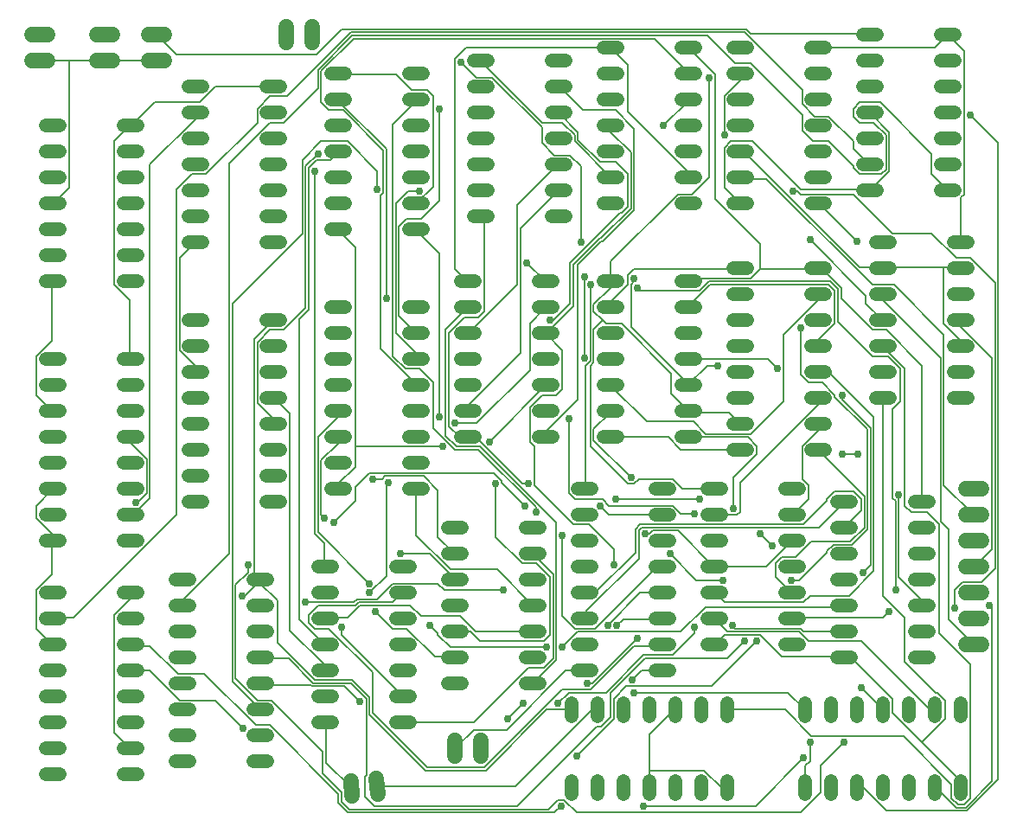
<source format=gbr>
G04 EAGLE Gerber RS-274X export*
G75*
%MOMM*%
%FSLAX34Y34*%
%LPD*%
%INBottom Copper*%
%IPPOS*%
%AMOC8*
5,1,8,0,0,1.08239X$1,22.5*%
G01*
%ADD10C,1.320800*%
%ADD11C,1.524000*%
%ADD12C,0.152400*%
%ADD13C,0.756400*%


D10*
X571500Y31496D02*
X571500Y44704D01*
X596900Y44704D02*
X596900Y31496D01*
X723900Y31496D02*
X723900Y44704D01*
X723900Y107696D02*
X723900Y120904D01*
X622300Y44704D02*
X622300Y31496D01*
X647700Y31496D02*
X647700Y44704D01*
X698500Y44704D02*
X698500Y31496D01*
X673100Y31496D02*
X673100Y44704D01*
X698500Y107696D02*
X698500Y120904D01*
X673100Y120904D02*
X673100Y107696D01*
X647700Y107696D02*
X647700Y120904D01*
X622300Y120904D02*
X622300Y107696D01*
X596900Y107696D02*
X596900Y120904D01*
X571500Y120904D02*
X571500Y107696D01*
X349504Y508000D02*
X336296Y508000D01*
X336296Y482600D02*
X349504Y482600D01*
X349504Y355600D02*
X336296Y355600D01*
X336296Y330200D02*
X349504Y330200D01*
X349504Y457200D02*
X336296Y457200D01*
X336296Y431800D02*
X349504Y431800D01*
X349504Y381000D02*
X336296Y381000D01*
X336296Y406400D02*
X349504Y406400D01*
X412496Y330200D02*
X425704Y330200D01*
X425704Y355600D02*
X412496Y355600D01*
X412496Y381000D02*
X425704Y381000D01*
X425704Y406400D02*
X412496Y406400D01*
X412496Y431800D02*
X425704Y431800D01*
X425704Y457200D02*
X412496Y457200D01*
X412496Y482600D02*
X425704Y482600D01*
X425704Y508000D02*
X412496Y508000D01*
X729996Y546100D02*
X743204Y546100D01*
X743204Y520700D02*
X729996Y520700D01*
X729996Y393700D02*
X743204Y393700D01*
X743204Y368300D02*
X729996Y368300D01*
X729996Y495300D02*
X743204Y495300D01*
X743204Y469900D02*
X729996Y469900D01*
X729996Y419100D02*
X743204Y419100D01*
X743204Y444500D02*
X729996Y444500D01*
X806196Y368300D02*
X819404Y368300D01*
X819404Y393700D02*
X806196Y393700D01*
X806196Y419100D02*
X819404Y419100D01*
X819404Y444500D02*
X806196Y444500D01*
X806196Y469900D02*
X819404Y469900D01*
X819404Y495300D02*
X806196Y495300D01*
X806196Y520700D02*
X819404Y520700D01*
X819404Y546100D02*
X806196Y546100D01*
X349504Y736600D02*
X336296Y736600D01*
X336296Y711200D02*
X349504Y711200D01*
X349504Y584200D02*
X336296Y584200D01*
X412496Y584200D02*
X425704Y584200D01*
X349504Y685800D02*
X336296Y685800D01*
X336296Y660400D02*
X349504Y660400D01*
X349504Y609600D02*
X336296Y609600D01*
X336296Y635000D02*
X349504Y635000D01*
X412496Y609600D02*
X425704Y609600D01*
X425704Y635000D02*
X412496Y635000D01*
X412496Y660400D02*
X425704Y660400D01*
X425704Y685800D02*
X412496Y685800D01*
X412496Y711200D02*
X425704Y711200D01*
X425704Y736600D02*
X412496Y736600D01*
X336804Y254000D02*
X323596Y254000D01*
X323596Y228600D02*
X336804Y228600D01*
X336804Y101600D02*
X323596Y101600D01*
X399796Y101600D02*
X413004Y101600D01*
X336804Y203200D02*
X323596Y203200D01*
X323596Y177800D02*
X336804Y177800D01*
X336804Y127000D02*
X323596Y127000D01*
X323596Y152400D02*
X336804Y152400D01*
X399796Y127000D02*
X413004Y127000D01*
X413004Y152400D02*
X399796Y152400D01*
X399796Y177800D02*
X413004Y177800D01*
X413004Y203200D02*
X399796Y203200D01*
X399796Y228600D02*
X413004Y228600D01*
X413004Y254000D02*
X399796Y254000D01*
X602996Y533400D02*
X616204Y533400D01*
X616204Y508000D02*
X602996Y508000D01*
X602996Y381000D02*
X616204Y381000D01*
X679196Y381000D02*
X692404Y381000D01*
X616204Y482600D02*
X602996Y482600D01*
X602996Y457200D02*
X616204Y457200D01*
X616204Y406400D02*
X602996Y406400D01*
X602996Y431800D02*
X616204Y431800D01*
X679196Y406400D02*
X692404Y406400D01*
X692404Y431800D02*
X679196Y431800D01*
X679196Y457200D02*
X692404Y457200D01*
X692404Y482600D02*
X679196Y482600D01*
X679196Y508000D02*
X692404Y508000D01*
X692404Y533400D02*
X679196Y533400D01*
X704596Y330200D02*
X717804Y330200D01*
X717804Y304800D02*
X704596Y304800D01*
X704596Y177800D02*
X717804Y177800D01*
X780796Y177800D02*
X794004Y177800D01*
X717804Y279400D02*
X704596Y279400D01*
X704596Y254000D02*
X717804Y254000D01*
X717804Y203200D02*
X704596Y203200D01*
X704596Y228600D02*
X717804Y228600D01*
X780796Y203200D02*
X794004Y203200D01*
X794004Y228600D02*
X780796Y228600D01*
X780796Y254000D02*
X794004Y254000D01*
X794004Y279400D02*
X780796Y279400D01*
X780796Y304800D02*
X794004Y304800D01*
X794004Y330200D02*
X780796Y330200D01*
X616204Y762000D02*
X602996Y762000D01*
X602996Y736600D02*
X616204Y736600D01*
X616204Y609600D02*
X602996Y609600D01*
X679196Y609600D02*
X692404Y609600D01*
X616204Y711200D02*
X602996Y711200D01*
X602996Y685800D02*
X616204Y685800D01*
X616204Y635000D02*
X602996Y635000D01*
X602996Y660400D02*
X616204Y660400D01*
X679196Y635000D02*
X692404Y635000D01*
X692404Y660400D02*
X679196Y660400D01*
X679196Y685800D02*
X692404Y685800D01*
X692404Y711200D02*
X679196Y711200D01*
X679196Y736600D02*
X692404Y736600D01*
X692404Y762000D02*
X679196Y762000D01*
X476504Y533400D02*
X463296Y533400D01*
X463296Y508000D02*
X476504Y508000D01*
X476504Y381000D02*
X463296Y381000D01*
X539496Y381000D02*
X552704Y381000D01*
X476504Y482600D02*
X463296Y482600D01*
X463296Y457200D02*
X476504Y457200D01*
X476504Y406400D02*
X463296Y406400D01*
X463296Y431800D02*
X476504Y431800D01*
X539496Y406400D02*
X552704Y406400D01*
X552704Y431800D02*
X539496Y431800D01*
X539496Y457200D02*
X552704Y457200D01*
X552704Y482600D02*
X539496Y482600D01*
X539496Y508000D02*
X552704Y508000D01*
X552704Y533400D02*
X539496Y533400D01*
X869696Y571500D02*
X882904Y571500D01*
X882904Y546100D02*
X869696Y546100D01*
X869696Y419100D02*
X882904Y419100D01*
X945896Y419100D02*
X959104Y419100D01*
X882904Y520700D02*
X869696Y520700D01*
X869696Y495300D02*
X882904Y495300D01*
X882904Y444500D02*
X869696Y444500D01*
X869696Y469900D02*
X882904Y469900D01*
X945896Y444500D02*
X959104Y444500D01*
X959104Y469900D02*
X945896Y469900D01*
X945896Y495300D02*
X959104Y495300D01*
X959104Y520700D02*
X945896Y520700D01*
X945896Y546100D02*
X959104Y546100D01*
X959104Y571500D02*
X945896Y571500D01*
X743204Y762000D02*
X729996Y762000D01*
X729996Y736600D02*
X743204Y736600D01*
X743204Y609600D02*
X729996Y609600D01*
X806196Y609600D02*
X819404Y609600D01*
X743204Y711200D02*
X729996Y711200D01*
X729996Y685800D02*
X743204Y685800D01*
X743204Y635000D02*
X729996Y635000D01*
X729996Y660400D02*
X743204Y660400D01*
X806196Y635000D02*
X819404Y635000D01*
X819404Y660400D02*
X806196Y660400D01*
X806196Y685800D02*
X819404Y685800D01*
X819404Y711200D02*
X806196Y711200D01*
X806196Y736600D02*
X819404Y736600D01*
X819404Y762000D02*
X806196Y762000D01*
X70104Y685800D02*
X56896Y685800D01*
X56896Y660400D02*
X70104Y660400D01*
X70104Y533400D02*
X56896Y533400D01*
X133096Y533400D02*
X146304Y533400D01*
X70104Y635000D02*
X56896Y635000D01*
X56896Y609600D02*
X70104Y609600D01*
X70104Y558800D02*
X56896Y558800D01*
X56896Y584200D02*
X70104Y584200D01*
X133096Y558800D02*
X146304Y558800D01*
X146304Y584200D02*
X133096Y584200D01*
X133096Y609600D02*
X146304Y609600D01*
X146304Y635000D02*
X133096Y635000D01*
X133096Y660400D02*
X146304Y660400D01*
X146304Y685800D02*
X133096Y685800D01*
X450596Y292100D02*
X463804Y292100D01*
X463804Y266700D02*
X450596Y266700D01*
X450596Y139700D02*
X463804Y139700D01*
X526796Y139700D02*
X540004Y139700D01*
X463804Y241300D02*
X450596Y241300D01*
X450596Y215900D02*
X463804Y215900D01*
X463804Y165100D02*
X450596Y165100D01*
X450596Y190500D02*
X463804Y190500D01*
X526796Y165100D02*
X540004Y165100D01*
X540004Y190500D02*
X526796Y190500D01*
X526796Y215900D02*
X540004Y215900D01*
X540004Y241300D02*
X526796Y241300D01*
X526796Y266700D02*
X540004Y266700D01*
X540004Y292100D02*
X526796Y292100D01*
X800100Y44704D02*
X800100Y31496D01*
X825500Y31496D02*
X825500Y44704D01*
X952500Y44704D02*
X952500Y31496D01*
X952500Y107696D02*
X952500Y120904D01*
X850900Y44704D02*
X850900Y31496D01*
X876300Y31496D02*
X876300Y44704D01*
X927100Y44704D02*
X927100Y31496D01*
X901700Y31496D02*
X901700Y44704D01*
X927100Y107696D02*
X927100Y120904D01*
X901700Y120904D02*
X901700Y107696D01*
X876300Y107696D02*
X876300Y120904D01*
X850900Y120904D02*
X850900Y107696D01*
X825500Y107696D02*
X825500Y120904D01*
X800100Y120904D02*
X800100Y107696D01*
X489204Y749300D02*
X475996Y749300D01*
X475996Y723900D02*
X489204Y723900D01*
X489204Y596900D02*
X475996Y596900D01*
X552196Y596900D02*
X565404Y596900D01*
X489204Y698500D02*
X475996Y698500D01*
X475996Y673100D02*
X489204Y673100D01*
X489204Y622300D02*
X475996Y622300D01*
X475996Y647700D02*
X489204Y647700D01*
X552196Y622300D02*
X565404Y622300D01*
X565404Y647700D02*
X552196Y647700D01*
X552196Y673100D02*
X565404Y673100D01*
X565404Y698500D02*
X552196Y698500D01*
X552196Y723900D02*
X565404Y723900D01*
X565404Y749300D02*
X552196Y749300D01*
X831596Y317500D02*
X844804Y317500D01*
X844804Y292100D02*
X831596Y292100D01*
X831596Y165100D02*
X844804Y165100D01*
X907796Y165100D02*
X921004Y165100D01*
X844804Y266700D02*
X831596Y266700D01*
X831596Y241300D02*
X844804Y241300D01*
X844804Y190500D02*
X831596Y190500D01*
X831596Y215900D02*
X844804Y215900D01*
X907796Y190500D02*
X921004Y190500D01*
X921004Y215900D02*
X907796Y215900D01*
X907796Y241300D02*
X921004Y241300D01*
X921004Y266700D02*
X907796Y266700D01*
X907796Y292100D02*
X921004Y292100D01*
X921004Y317500D02*
X907796Y317500D01*
X209804Y723900D02*
X196596Y723900D01*
X196596Y698500D02*
X209804Y698500D01*
X209804Y571500D02*
X196596Y571500D01*
X272796Y571500D02*
X286004Y571500D01*
X209804Y673100D02*
X196596Y673100D01*
X196596Y647700D02*
X209804Y647700D01*
X209804Y596900D02*
X196596Y596900D01*
X196596Y622300D02*
X209804Y622300D01*
X272796Y596900D02*
X286004Y596900D01*
X286004Y622300D02*
X272796Y622300D01*
X272796Y647700D02*
X286004Y647700D01*
X286004Y673100D02*
X272796Y673100D01*
X272796Y698500D02*
X286004Y698500D01*
X286004Y723900D02*
X272796Y723900D01*
X70104Y457200D02*
X56896Y457200D01*
X56896Y431800D02*
X70104Y431800D01*
X70104Y304800D02*
X56896Y304800D01*
X56896Y279400D02*
X70104Y279400D01*
X70104Y406400D02*
X56896Y406400D01*
X56896Y381000D02*
X70104Y381000D01*
X70104Y330200D02*
X56896Y330200D01*
X56896Y355600D02*
X70104Y355600D01*
X133096Y279400D02*
X146304Y279400D01*
X146304Y304800D02*
X133096Y304800D01*
X133096Y330200D02*
X146304Y330200D01*
X146304Y355600D02*
X133096Y355600D01*
X133096Y381000D02*
X146304Y381000D01*
X146304Y406400D02*
X133096Y406400D01*
X133096Y431800D02*
X146304Y431800D01*
X146304Y457200D02*
X133096Y457200D01*
X196596Y495300D02*
X209804Y495300D01*
X209804Y469900D02*
X196596Y469900D01*
X196596Y342900D02*
X209804Y342900D01*
X209804Y317500D02*
X196596Y317500D01*
X196596Y444500D02*
X209804Y444500D01*
X209804Y419100D02*
X196596Y419100D01*
X196596Y368300D02*
X209804Y368300D01*
X209804Y393700D02*
X196596Y393700D01*
X272796Y317500D02*
X286004Y317500D01*
X286004Y342900D02*
X272796Y342900D01*
X272796Y368300D02*
X286004Y368300D01*
X286004Y393700D02*
X272796Y393700D01*
X272796Y419100D02*
X286004Y419100D01*
X286004Y444500D02*
X272796Y444500D01*
X272796Y469900D02*
X286004Y469900D01*
X286004Y495300D02*
X272796Y495300D01*
X70104Y228600D02*
X56896Y228600D01*
X56896Y203200D02*
X70104Y203200D01*
X70104Y76200D02*
X56896Y76200D01*
X56896Y50800D02*
X70104Y50800D01*
X70104Y177800D02*
X56896Y177800D01*
X56896Y152400D02*
X70104Y152400D01*
X70104Y101600D02*
X56896Y101600D01*
X56896Y127000D02*
X70104Y127000D01*
X133096Y50800D02*
X146304Y50800D01*
X146304Y76200D02*
X133096Y76200D01*
X133096Y101600D02*
X146304Y101600D01*
X146304Y127000D02*
X133096Y127000D01*
X133096Y152400D02*
X146304Y152400D01*
X146304Y177800D02*
X133096Y177800D01*
X133096Y203200D02*
X146304Y203200D01*
X146304Y228600D02*
X133096Y228600D01*
X183896Y241300D02*
X197104Y241300D01*
X197104Y215900D02*
X183896Y215900D01*
X183896Y88900D02*
X197104Y88900D01*
X197104Y63500D02*
X183896Y63500D01*
X183896Y190500D02*
X197104Y190500D01*
X197104Y165100D02*
X183896Y165100D01*
X183896Y114300D02*
X197104Y114300D01*
X197104Y139700D02*
X183896Y139700D01*
X260096Y63500D02*
X273304Y63500D01*
X273304Y88900D02*
X260096Y88900D01*
X260096Y114300D02*
X273304Y114300D01*
X273304Y139700D02*
X260096Y139700D01*
X260096Y165100D02*
X273304Y165100D01*
X273304Y190500D02*
X260096Y190500D01*
X260096Y215900D02*
X273304Y215900D01*
X273304Y241300D02*
X260096Y241300D01*
X856996Y774700D02*
X870204Y774700D01*
X870204Y749300D02*
X856996Y749300D01*
X856996Y622300D02*
X870204Y622300D01*
X933196Y622300D02*
X946404Y622300D01*
X870204Y723900D02*
X856996Y723900D01*
X856996Y698500D02*
X870204Y698500D01*
X870204Y647700D02*
X856996Y647700D01*
X856996Y673100D02*
X870204Y673100D01*
X933196Y647700D02*
X946404Y647700D01*
X946404Y673100D02*
X933196Y673100D01*
X933196Y698500D02*
X946404Y698500D01*
X946404Y723900D02*
X933196Y723900D01*
X933196Y749300D02*
X946404Y749300D01*
X946404Y774700D02*
X933196Y774700D01*
X590804Y330200D02*
X577596Y330200D01*
X577596Y304800D02*
X590804Y304800D01*
X590804Y177800D02*
X577596Y177800D01*
X577596Y152400D02*
X590804Y152400D01*
X590804Y279400D02*
X577596Y279400D01*
X577596Y254000D02*
X590804Y254000D01*
X590804Y203200D02*
X577596Y203200D01*
X577596Y228600D02*
X590804Y228600D01*
X653796Y152400D02*
X667004Y152400D01*
X667004Y177800D02*
X653796Y177800D01*
X653796Y203200D02*
X667004Y203200D01*
X667004Y228600D02*
X653796Y228600D01*
X653796Y254000D02*
X667004Y254000D01*
X667004Y279400D02*
X653796Y279400D01*
X653796Y304800D02*
X667004Y304800D01*
X667004Y330200D02*
X653796Y330200D01*
D11*
X457200Y83820D02*
X457200Y68580D01*
X482600Y68580D02*
X482600Y83820D01*
X355053Y44723D02*
X356222Y29528D01*
X381547Y31477D02*
X380378Y46672D01*
X58420Y749300D02*
X43180Y749300D01*
X43180Y774700D02*
X58420Y774700D01*
X106680Y749300D02*
X121920Y749300D01*
X121920Y774700D02*
X106680Y774700D01*
X157480Y749300D02*
X172720Y749300D01*
X172720Y774700D02*
X157480Y774700D01*
X292100Y767080D02*
X292100Y782320D01*
X317500Y782320D02*
X317500Y767080D01*
X957580Y177800D02*
X972820Y177800D01*
X972820Y203200D02*
X957580Y203200D01*
X957580Y228600D02*
X972820Y228600D01*
X972820Y254000D02*
X957580Y254000D01*
X957580Y279400D02*
X972820Y279400D01*
X972820Y304800D02*
X957580Y304800D01*
X957580Y330200D02*
X972820Y330200D01*
D12*
X864108Y623316D02*
X882396Y641604D01*
X882396Y679704D01*
X863600Y698500D01*
X864108Y623316D02*
X863600Y622300D01*
X342900Y335280D02*
X342900Y330200D01*
X342900Y335280D02*
X359664Y352044D01*
X359664Y371856D02*
X359664Y566928D01*
X359664Y371856D02*
X359664Y352044D01*
X359664Y566928D02*
X342900Y583692D01*
X342900Y584200D01*
X609600Y381000D02*
X665988Y381000D01*
X678180Y368808D01*
X736092Y368808D01*
X736600Y368300D01*
X469900Y381000D02*
X461772Y381000D01*
X451104Y391668D01*
X451104Y483108D01*
X466344Y498348D01*
X480060Y498348D01*
X486156Y504444D01*
X486156Y592836D01*
X483108Y595884D01*
X482600Y596900D01*
X522732Y335280D02*
X528828Y335280D01*
X522732Y335280D02*
X477012Y381000D01*
X469900Y381000D01*
X445008Y371856D02*
X359664Y371856D01*
X795528Y623316D02*
X862584Y623316D01*
X795528Y623316D02*
X748284Y670560D01*
X726948Y670560D01*
X720852Y664464D01*
X720852Y624840D01*
X736092Y609600D01*
X862584Y623316D02*
X863600Y622300D01*
X736600Y609600D02*
X736092Y609600D01*
X114300Y749808D02*
X79248Y749808D01*
X51816Y749808D01*
X50800Y749300D01*
X114300Y749808D02*
X164592Y749808D01*
X165100Y749300D01*
X114300Y749300D02*
X114300Y749808D01*
X202692Y451104D02*
X202692Y445008D01*
X202692Y451104D02*
X187452Y466344D01*
X187452Y556260D01*
X202692Y571500D01*
X202692Y445008D02*
X203200Y444500D01*
X203200Y571500D02*
X202692Y571500D01*
X79248Y624840D02*
X79248Y749808D01*
X79248Y624840D02*
X64008Y609600D01*
X63500Y609600D01*
X647700Y89916D02*
X647700Y54864D01*
X647700Y38100D01*
X647700Y89916D02*
X672084Y114300D01*
X673100Y114300D01*
X717804Y38100D02*
X723900Y38100D01*
X717804Y38100D02*
X701040Y54864D01*
X647700Y54864D01*
X777240Y166116D02*
X838200Y166116D01*
X777240Y166116D02*
X755904Y187452D01*
X720852Y187452D01*
X711200Y177800D01*
X838200Y166116D02*
X838200Y165100D01*
X952500Y44196D02*
X952500Y38100D01*
X914400Y82296D02*
X885444Y111252D01*
X914400Y82296D02*
X952500Y44196D01*
X885444Y111252D02*
X885444Y124968D01*
X845820Y164592D01*
X838200Y164592D01*
X838200Y165100D01*
X330708Y100584D02*
X330708Y62484D01*
X355092Y38100D01*
X330708Y100584D02*
X330200Y101600D01*
X355092Y38100D02*
X355637Y37126D01*
X565404Y152400D02*
X584200Y152400D01*
X565404Y152400D02*
X507492Y94488D01*
X475488Y94488D01*
X457200Y76200D01*
X62484Y280416D02*
X62484Y286512D01*
X47244Y301752D01*
X47244Y313944D01*
X63500Y330200D01*
X62484Y280416D02*
X63500Y279400D01*
X62484Y278892D02*
X62484Y246888D01*
X47244Y231648D01*
X47244Y193548D01*
X62484Y178308D01*
X62484Y278892D02*
X63500Y279400D01*
X62484Y178308D02*
X63500Y177800D01*
X62484Y475488D02*
X62484Y533400D01*
X62484Y475488D02*
X47244Y460248D01*
X47244Y422148D01*
X62484Y406908D01*
X62484Y533400D02*
X63500Y533400D01*
X62484Y406908D02*
X63500Y406400D01*
X876300Y419100D02*
X876300Y225552D01*
X897636Y204216D01*
X897636Y161544D01*
X928116Y131064D01*
X929640Y131064D01*
X937260Y123444D01*
X937260Y105156D01*
X914400Y82296D01*
D13*
X528828Y335280D03*
X445008Y371856D03*
D12*
X632460Y131064D02*
X783336Y131064D01*
X800100Y114300D01*
X138684Y222504D02*
X138684Y228600D01*
X138684Y222504D02*
X123444Y207264D01*
X123444Y91440D01*
X138684Y76200D01*
X138684Y228600D02*
X139700Y228600D01*
X139700Y76200D02*
X138684Y76200D01*
X260604Y477012D02*
X278892Y495300D01*
X260604Y477012D02*
X260604Y248412D01*
X266700Y242316D01*
X278892Y495300D02*
X279400Y495300D01*
X266700Y242316D02*
X266700Y241300D01*
X251460Y225552D02*
X248412Y225552D01*
X265176Y239268D02*
X266700Y240792D01*
X265176Y239268D02*
X251460Y225552D01*
X266700Y240792D02*
X266700Y241300D01*
X547116Y114300D02*
X571500Y114300D01*
X547116Y114300D02*
X487680Y54864D01*
X428244Y54864D01*
X373380Y109728D01*
X373380Y126492D01*
X356616Y143256D01*
X320040Y143256D01*
X283464Y179832D01*
X283464Y220980D01*
X265176Y239268D01*
X266700Y241300D01*
X545592Y533400D02*
X527304Y551688D01*
X545592Y533400D02*
X546100Y533400D01*
X755904Y545592D02*
X812292Y545592D01*
X755904Y545592D02*
X746760Y536448D01*
X688848Y536448D01*
X685800Y533400D01*
X812292Y545592D02*
X812800Y546100D01*
X914400Y451104D02*
X914400Y317500D01*
X914400Y451104D02*
X879348Y486156D01*
X865632Y486156D01*
X835152Y516636D01*
X835152Y527304D01*
X816864Y545592D01*
X813816Y545592D01*
X812800Y546100D01*
X138684Y515112D02*
X138684Y457200D01*
X138684Y515112D02*
X123444Y530352D01*
X123444Y670560D01*
X138684Y685800D01*
X138684Y457200D02*
X139700Y457200D01*
X139700Y685800D02*
X138684Y685800D01*
X222504Y723900D02*
X279400Y723900D01*
X222504Y723900D02*
X207264Y708660D01*
X163068Y708660D01*
X140208Y685800D01*
X139700Y685800D01*
X812800Y762000D02*
X926592Y762000D01*
X938784Y774192D01*
X939800Y774700D01*
X952500Y615696D02*
X952500Y571500D01*
X952500Y615696D02*
X955548Y618744D01*
X955548Y758952D01*
X939800Y774700D01*
X755904Y569976D02*
X755904Y545592D01*
X755904Y569976D02*
X711708Y614172D01*
X711708Y736092D01*
X685800Y762000D01*
D13*
X632460Y131064D03*
X248412Y225552D03*
X527304Y551688D03*
D12*
X591312Y114300D02*
X596900Y114300D01*
X591312Y114300D02*
X516636Y39624D01*
X381000Y39624D01*
X380963Y39074D01*
X202692Y691896D02*
X202692Y697992D01*
X202692Y691896D02*
X158496Y647700D01*
X158496Y321564D01*
X141732Y304800D01*
X139700Y304800D01*
X202692Y697992D02*
X203200Y698500D01*
X140208Y381000D02*
X140208Y374904D01*
X155448Y359664D01*
X155448Y326136D01*
X146304Y316992D01*
X144780Y316992D01*
X140208Y381000D02*
X139700Y381000D01*
X621792Y202692D02*
X659892Y202692D01*
X621792Y202692D02*
X615696Y196596D01*
X659892Y202692D02*
X660400Y203200D01*
D13*
X144780Y316992D03*
X615696Y196596D03*
D12*
X585216Y330708D02*
X585216Y451104D01*
X589788Y455676D01*
X589788Y530352D01*
X390144Y516636D02*
X390144Y662940D01*
X342900Y710184D01*
X584200Y330200D02*
X585216Y330708D01*
X342900Y710184D02*
X342900Y711200D01*
D13*
X589788Y530352D03*
X390144Y516636D03*
D12*
X632460Y176784D02*
X659892Y176784D01*
X632460Y176784D02*
X589788Y134112D01*
X562356Y134112D01*
X486156Y57912D01*
X429768Y57912D01*
X376428Y111252D01*
X376428Y150876D01*
X333756Y193548D01*
X320040Y193548D01*
X313944Y199644D01*
X313944Y207264D01*
X323088Y216408D01*
X359664Y216408D01*
X362712Y219456D01*
X396240Y219456D01*
X405384Y228600D01*
X659892Y176784D02*
X660400Y177800D01*
X406400Y228600D02*
X405384Y228600D01*
X329184Y158496D02*
X329184Y152400D01*
X329184Y158496D02*
X295656Y192024D01*
X295656Y403860D01*
X280416Y419100D01*
X329184Y152400D02*
X330200Y152400D01*
X280416Y419100D02*
X279400Y419100D01*
X638556Y228600D02*
X660400Y228600D01*
X638556Y228600D02*
X606552Y196596D01*
D13*
X606552Y196596D03*
D12*
X278892Y394716D02*
X278892Y399288D01*
X263652Y414528D01*
X263652Y473964D01*
X275844Y486156D01*
X289560Y486156D01*
X310896Y507492D01*
X310896Y646176D01*
X323088Y658368D01*
X278892Y394716D02*
X279400Y393700D01*
X653796Y252984D02*
X659892Y252984D01*
X653796Y252984D02*
X594360Y193548D01*
X574548Y193548D01*
X562356Y205740D01*
X562356Y284988D01*
X536448Y307848D02*
X536448Y312420D01*
X480060Y368808D01*
X457200Y368808D01*
X435864Y390144D01*
X435864Y434340D01*
X422148Y448056D01*
X408432Y448056D01*
X396240Y460248D01*
X396240Y687324D01*
X419100Y710184D01*
X660400Y254000D02*
X659892Y252984D01*
X419100Y710184D02*
X419100Y711200D01*
D13*
X323088Y658368D03*
X562356Y284988D03*
X536448Y307848D03*
D12*
X608076Y304800D02*
X660400Y304800D01*
X608076Y304800D02*
X598932Y313944D01*
X525780Y313944D02*
X502920Y336804D01*
X502920Y338328D01*
X495300Y345948D01*
X373380Y345948D01*
X359664Y332232D01*
X359664Y318516D01*
X338328Y297180D01*
D13*
X598932Y313944D03*
X525780Y313944D03*
X338328Y297180D03*
D12*
X83820Y204216D02*
X64008Y204216D01*
X83820Y204216D02*
X184404Y304800D01*
X184404Y623316D01*
X199644Y638556D01*
X213360Y638556D01*
X263652Y688848D01*
X263652Y702564D01*
X275844Y714756D01*
X292608Y714756D01*
X355092Y777240D01*
X740664Y777240D01*
X797052Y720852D01*
X797052Y707136D01*
X809244Y694944D01*
X822960Y694944D01*
X847344Y670560D01*
X847344Y662940D01*
X862584Y647700D01*
X64008Y204216D02*
X63500Y203200D01*
X862584Y647700D02*
X863600Y647700D01*
X862584Y775716D02*
X746760Y775716D01*
X742188Y780288D01*
X345948Y780288D01*
X321564Y755904D01*
X184404Y755904D01*
X166116Y774192D01*
X862584Y775716D02*
X863600Y774700D01*
X166116Y774192D02*
X165100Y774700D01*
X190500Y220980D02*
X190500Y215900D01*
X190500Y220980D02*
X236220Y266700D01*
X236220Y649224D01*
X275844Y688848D01*
X289560Y688848D01*
X323088Y722376D01*
X323088Y740664D01*
X356616Y774192D01*
X704088Y774192D01*
X731520Y746760D01*
X746760Y746760D01*
X797052Y696468D01*
X797052Y681228D01*
X807720Y670560D01*
X822960Y670560D01*
X847344Y646176D01*
X847344Y644652D01*
X853440Y638556D01*
X874776Y638556D01*
X879348Y643128D01*
X879348Y676656D01*
X867156Y688848D01*
X853440Y688848D01*
X847344Y694944D01*
X847344Y702564D01*
X853440Y708660D01*
X873252Y708660D01*
X923544Y658368D01*
X923544Y638556D01*
X939800Y622300D01*
X158496Y176784D02*
X140208Y176784D01*
X158496Y176784D02*
X185928Y149352D01*
X211836Y149352D01*
X262128Y99060D01*
X275844Y99060D01*
X342900Y32004D01*
X342900Y22860D01*
X352044Y13716D01*
X554736Y13716D01*
X560832Y19812D01*
X641604Y19812D02*
X751332Y19812D01*
X798576Y67056D01*
X140208Y176784D02*
X139700Y177800D01*
X812800Y368300D02*
X858012Y323088D01*
X858012Y292608D01*
X844296Y278892D01*
X806196Y278892D01*
X790956Y263652D01*
X777240Y263652D01*
X771144Y257556D01*
X771144Y243840D01*
X786384Y228600D01*
X787400Y228600D01*
D13*
X560832Y19812D03*
X641604Y19812D03*
X798576Y67056D03*
D12*
X478536Y733044D02*
X463296Y748284D01*
X478536Y733044D02*
X493776Y733044D01*
X542544Y684276D01*
X542544Y669036D01*
X554736Y656844D01*
X569976Y656844D01*
X580644Y646176D01*
X580644Y571500D01*
X632460Y536448D02*
X632460Y533400D01*
X629412Y530352D01*
X629412Y489204D01*
X685800Y432816D01*
X704088Y451104D02*
X714756Y451104D01*
X704088Y451104D02*
X685800Y432816D01*
X685800Y431800D01*
D13*
X463296Y748284D03*
X580644Y571500D03*
X632460Y536448D03*
X714756Y451104D03*
D12*
X612648Y105156D02*
X576072Y68580D01*
X612648Y105156D02*
X612648Y124968D01*
X624840Y137160D01*
X708660Y137160D01*
X752856Y181356D01*
X786384Y240792D02*
X794004Y240792D01*
X821436Y268224D01*
X821436Y269748D01*
X827532Y275844D01*
X845820Y275844D01*
X861060Y291084D01*
X861060Y388620D01*
X829056Y420624D01*
X829056Y422148D01*
X816864Y434340D01*
X803148Y434340D01*
X795528Y441960D01*
X795528Y487680D01*
X609600Y508000D02*
X609600Y513588D01*
X626364Y530352D01*
X626364Y539496D01*
X632460Y545592D01*
X736092Y545592D01*
X736600Y546100D01*
D13*
X576072Y68580D03*
X752856Y181356D03*
X786384Y240792D03*
X795528Y487680D03*
D12*
X358140Y219456D02*
X310896Y219456D01*
X358140Y219456D02*
X361188Y222504D01*
X381000Y222504D01*
X396240Y237744D01*
X440436Y237744D01*
X446532Y231648D01*
X504444Y231648D01*
X614172Y320040D02*
X696468Y320040D01*
X812292Y387096D02*
X812292Y393192D01*
X812292Y387096D02*
X797052Y371856D01*
X797052Y339852D01*
X803148Y333756D01*
X803148Y320040D01*
X787908Y304800D01*
X812292Y393192D02*
X812800Y393700D01*
X787908Y304800D02*
X787400Y304800D01*
D13*
X310896Y219456D03*
X504444Y231648D03*
X614172Y320040D03*
X696468Y320040D03*
D12*
X294132Y164592D02*
X266700Y164592D01*
X294132Y164592D02*
X318516Y140208D01*
X355092Y140208D01*
X370332Y124968D01*
X370332Y50292D01*
X368808Y48768D01*
X368808Y28956D01*
X377952Y19812D01*
X518160Y19812D01*
X595884Y97536D01*
X600456Y97536D01*
X609600Y106680D01*
X609600Y131064D01*
X643128Y164592D01*
X723900Y164592D01*
X740664Y181356D01*
X266700Y165100D02*
X266700Y164592D01*
X813816Y443484D02*
X824484Y443484D01*
X867156Y400812D01*
X867156Y249936D01*
X842772Y225552D01*
X804672Y225552D01*
X798576Y219456D01*
X720852Y219456D01*
X711708Y228600D01*
X813816Y443484D02*
X812800Y444500D01*
X711708Y228600D02*
X711200Y228600D01*
D13*
X740664Y181356D03*
D12*
X315468Y138684D02*
X266700Y138684D01*
X315468Y138684D02*
X316992Y137160D01*
X348996Y137160D01*
X364236Y121920D01*
X586740Y140208D02*
X591312Y140208D01*
X635508Y184404D01*
X266700Y139700D02*
X266700Y138684D01*
X813816Y470916D02*
X813816Y477012D01*
X829056Y492252D01*
X829056Y524256D01*
X822960Y530352D01*
X707136Y530352D01*
X685800Y509016D01*
X812800Y469900D02*
X813816Y470916D01*
X685800Y508000D02*
X685800Y509016D01*
D13*
X364236Y121920D03*
X586740Y140208D03*
X635508Y184404D03*
D12*
X266700Y114300D02*
X239268Y141732D01*
X239268Y512064D01*
X307848Y580644D01*
X307848Y652272D01*
X326136Y670560D01*
X352044Y670560D01*
X381000Y641604D01*
X381000Y623316D01*
X583692Y537972D02*
X583692Y458724D01*
X812292Y515112D02*
X812292Y519684D01*
X812292Y515112D02*
X778764Y481584D01*
X778764Y416052D01*
X746760Y384048D01*
X702564Y384048D01*
X690372Y396240D01*
X644652Y396240D01*
X609600Y431292D01*
X812292Y519684D02*
X812800Y520700D01*
X609600Y431800D02*
X609600Y431292D01*
D13*
X381000Y623316D03*
X583692Y537972D03*
X583692Y458724D03*
D12*
X640080Y152400D02*
X660400Y152400D01*
X640080Y152400D02*
X630936Y143256D01*
D13*
X630936Y143256D03*
D12*
X158496Y152400D02*
X139700Y152400D01*
X158496Y152400D02*
X187452Y123444D01*
X222504Y123444D01*
X249936Y96012D01*
X509016Y105156D02*
X524256Y120396D01*
X557784Y120396D02*
X568452Y131064D01*
X605028Y131064D01*
X641604Y167640D01*
X670560Y167640D01*
X691896Y188976D01*
X691896Y195072D01*
X812292Y413004D02*
X812292Y419100D01*
X812292Y413004D02*
X736092Y336804D01*
X736092Y307848D01*
X733044Y304800D01*
X711200Y304800D01*
X812292Y419100D02*
X812800Y419100D01*
D13*
X249936Y96012D03*
X509016Y105156D03*
X524256Y120396D03*
X557784Y120396D03*
X691896Y195072D03*
D12*
X345948Y195072D02*
X345948Y187452D01*
X406400Y127000D01*
X399288Y736092D02*
X342900Y736092D01*
X399288Y736092D02*
X414528Y720852D01*
X429768Y720852D01*
X435864Y714756D01*
X435864Y626364D01*
X419100Y609600D01*
X342900Y736092D02*
X342900Y736600D01*
X329184Y277368D02*
X329184Y254508D01*
X329184Y277368D02*
X320040Y286512D01*
X320040Y641604D01*
X329184Y254508D02*
X330200Y254000D01*
D13*
X345948Y195072D03*
X320040Y641604D03*
D12*
X585216Y210312D02*
X585216Y204216D01*
X585216Y210312D02*
X637032Y262128D01*
X637032Y289560D01*
X640080Y292608D01*
X813816Y292608D01*
X838200Y316992D01*
X585216Y204216D02*
X584200Y203200D01*
X838200Y316992D02*
X838200Y317500D01*
X594360Y228600D02*
X584200Y228600D01*
X594360Y228600D02*
X633984Y268224D01*
X633984Y291084D01*
X638556Y295656D01*
X798576Y295656D01*
X821436Y318516D01*
X821436Y320040D01*
X829056Y327660D01*
X847344Y327660D01*
X854964Y320040D01*
X854964Y309372D01*
X838200Y292608D01*
X838200Y292100D01*
X329184Y178308D02*
X304800Y202692D01*
X304800Y496824D01*
X313944Y505968D01*
X313944Y644652D01*
X321564Y652272D01*
X335280Y652272D01*
X342900Y659892D01*
X329184Y178308D02*
X330200Y177800D01*
X342900Y659892D02*
X342900Y660400D01*
X685800Y405384D02*
X725424Y405384D01*
X736092Y394716D01*
X685800Y405384D02*
X685800Y406400D01*
X736092Y394716D02*
X736600Y393700D01*
X609600Y527304D02*
X609600Y533400D01*
X609600Y527304D02*
X592836Y510540D01*
X592836Y504444D01*
X601980Y495300D02*
X605028Y492252D01*
X601980Y495300D02*
X592836Y504444D01*
X605028Y492252D02*
X620268Y492252D01*
X669036Y443484D01*
X669036Y423672D01*
X685800Y406908D01*
X685800Y406400D01*
X679704Y330708D02*
X710184Y330708D01*
X679704Y330708D02*
X670560Y339852D01*
X637032Y339852D01*
X632460Y335280D01*
X626364Y335280D01*
X589788Y371856D01*
X589788Y451104D01*
X592836Y454152D01*
X592836Y486156D01*
X601980Y495300D01*
X710184Y330708D02*
X711200Y330200D01*
X787908Y204216D02*
X876300Y204216D01*
X882396Y210312D01*
X787908Y204216D02*
X787400Y203200D01*
X705612Y635508D02*
X705612Y733044D01*
X705612Y635508D02*
X688848Y618744D01*
X675132Y618744D01*
X609600Y553212D01*
X609600Y533400D01*
D13*
X882396Y210312D03*
X705612Y733044D03*
D12*
X914400Y220980D02*
X914400Y215900D01*
X914400Y220980D02*
X891540Y243840D01*
X891540Y324612D01*
X851916Y364236D02*
X836676Y364236D01*
D13*
X891540Y324612D03*
X851916Y364236D03*
X836676Y364236D03*
D12*
X762000Y254508D02*
X711708Y254508D01*
X762000Y254508D02*
X786384Y278892D01*
X711708Y254508D02*
X711200Y254000D01*
X786384Y278892D02*
X787400Y279400D01*
X647700Y286512D02*
X643128Y286512D01*
X647700Y286512D02*
X650748Y289560D01*
X675132Y289560D01*
X710184Y254508D01*
X711200Y254000D01*
D13*
X643128Y286512D03*
D12*
X385572Y339852D02*
X376428Y339852D01*
X385572Y339852D02*
X388620Y342900D01*
X426720Y342900D01*
X440436Y329184D01*
X440436Y283464D01*
X457200Y266700D01*
D13*
X376428Y339852D03*
D12*
X457200Y190500D02*
X472440Y190500D01*
X481584Y181356D01*
X544068Y181356D01*
X550164Y187452D01*
X550164Y243840D01*
X536448Y257556D01*
X522732Y257556D01*
X496824Y283464D01*
X496824Y335280D01*
X441960Y400812D02*
X441960Y560832D01*
X419100Y583692D01*
X419100Y584200D01*
D13*
X496824Y335280D03*
X441960Y400812D03*
D12*
X477012Y190500D02*
X533400Y190500D01*
X477012Y190500D02*
X461772Y205740D01*
X423672Y205740D01*
X413004Y216408D01*
X364236Y216408D01*
X352044Y204216D01*
X330708Y204216D01*
X330200Y203200D01*
X406908Y102108D02*
X475488Y102108D01*
X528828Y155448D01*
X544068Y155448D01*
X553212Y164592D01*
X553212Y246888D01*
X533400Y266700D01*
X406908Y102108D02*
X406400Y101600D01*
X800100Y59436D02*
X800100Y38100D01*
X800100Y59436D02*
X804672Y64008D01*
X804672Y82296D01*
X719328Y240792D02*
X693420Y240792D01*
X667512Y266700D01*
X629412Y341376D02*
X592836Y377952D01*
X592836Y388620D01*
X609600Y405384D01*
X609600Y406400D01*
D13*
X804672Y82296D03*
X719328Y240792D03*
X667512Y266700D03*
X629412Y341376D03*
D12*
X729996Y341376D02*
X729996Y310896D01*
X729996Y341376D02*
X752856Y364236D01*
X752856Y371856D01*
X743712Y381000D01*
X685800Y381000D01*
D13*
X729996Y310896D03*
D12*
X763524Y457200D02*
X685800Y457200D01*
X763524Y457200D02*
X772668Y448056D01*
X836676Y422148D02*
X836676Y417576D01*
X864108Y390144D01*
X864108Y256032D01*
X856488Y248412D01*
D13*
X772668Y448056D03*
X836676Y422148D03*
X856488Y248412D03*
D12*
X922020Y114300D02*
X927100Y114300D01*
X922020Y114300D02*
X854964Y181356D01*
X803148Y181356D01*
X794004Y190500D01*
X723900Y190500D01*
X711200Y203200D01*
X685800Y635000D02*
X685800Y640080D01*
X626364Y699516D01*
X626364Y745236D01*
X609600Y762000D01*
X467868Y762000D01*
X457200Y751332D01*
X457200Y545592D01*
X469392Y533400D01*
X469900Y533400D01*
X419100Y330200D02*
X419100Y284988D01*
X452628Y251460D01*
X498348Y251460D01*
X533400Y216408D01*
X533400Y215900D01*
X490728Y376428D02*
X546100Y431800D01*
D13*
X490728Y376428D03*
D12*
X419100Y457200D02*
X419100Y463296D01*
X399288Y483108D01*
X399288Y609600D01*
X411480Y621792D01*
X422148Y621792D01*
X437388Y166116D02*
X457200Y166116D01*
X437388Y166116D02*
X409956Y193548D01*
X396240Y193548D01*
X379476Y210312D01*
X373380Y228600D02*
X390144Y245364D01*
X390144Y335280D01*
X391668Y336804D01*
X457200Y166116D02*
X457200Y165100D01*
D13*
X422148Y621792D03*
X379476Y210312D03*
X373380Y228600D03*
X391668Y336804D03*
D12*
X419100Y432816D02*
X384048Y467868D01*
X384048Y617220D01*
X387096Y620268D01*
X387096Y661416D01*
X347472Y701040D01*
X333756Y701040D01*
X326136Y708660D01*
X326136Y739140D01*
X358140Y771144D01*
X652272Y771144D01*
X685800Y737616D01*
X419100Y432816D02*
X419100Y431800D01*
X685800Y736600D02*
X685800Y737616D01*
X928116Y38100D02*
X947928Y18288D01*
X957072Y18288D01*
X982980Y44196D01*
X982980Y213360D01*
X979932Y216408D01*
X928116Y38100D02*
X927100Y38100D01*
D13*
X979932Y216408D03*
D12*
X888492Y231648D02*
X888492Y318516D01*
X885444Y321564D01*
X885444Y408432D01*
X893064Y416052D01*
X893064Y448056D01*
X880872Y460248D01*
X865632Y460248D01*
X832104Y493776D01*
X832104Y525780D01*
X824484Y533400D01*
X705612Y533400D01*
X696468Y524256D01*
X638556Y524256D01*
X635508Y527304D01*
D13*
X888492Y231648D03*
X635508Y527304D03*
D12*
X854964Y135636D02*
X876300Y114300D01*
X768096Y274320D02*
X755904Y286512D01*
X691896Y306324D02*
X678180Y306324D01*
X670560Y313944D01*
X608076Y313944D01*
X601980Y320040D01*
X574548Y320040D01*
X568452Y326136D01*
X568452Y399288D01*
X478536Y394716D02*
X457200Y394716D01*
X478536Y394716D02*
X530352Y446532D01*
X530352Y492252D01*
X546100Y508000D01*
D13*
X854964Y135636D03*
X768096Y274320D03*
X755904Y286512D03*
X691896Y306324D03*
X568452Y399288D03*
X457200Y394716D03*
D12*
X342900Y381000D02*
X342900Y374904D01*
X326136Y358140D01*
X326136Y304800D01*
X329184Y301752D01*
X254508Y256032D02*
X254508Y248412D01*
X242316Y236220D01*
X242316Y144780D01*
X263652Y123444D01*
X277368Y123444D01*
X327660Y73152D01*
X327660Y51816D01*
X345948Y33528D01*
X345948Y24384D01*
X353568Y16764D01*
X548640Y16764D01*
X557784Y25908D01*
X563880Y25908D01*
X576072Y13716D01*
X795528Y13716D01*
X815340Y33528D01*
X815340Y59436D01*
X838200Y82296D01*
D13*
X329184Y301752D03*
X254508Y256032D03*
X838200Y82296D03*
D12*
X342900Y400812D02*
X342900Y406400D01*
X342900Y400812D02*
X323088Y381000D01*
X323088Y288036D01*
X373380Y237744D01*
X432816Y196596D02*
X440436Y188976D01*
X440436Y187452D01*
X452628Y175260D01*
X547116Y175260D01*
X562356Y175260D02*
X577596Y190500D01*
X678180Y190500D01*
X702564Y214884D01*
X838200Y214884D01*
X838200Y215900D01*
D13*
X373380Y237744D03*
X432816Y196596D03*
X547116Y175260D03*
X562356Y175260D03*
D12*
X798576Y190500D02*
X838200Y190500D01*
X798576Y190500D02*
X795528Y193548D01*
X731520Y193548D01*
X728472Y196596D01*
X612648Y256032D02*
X612648Y271272D01*
X588264Y295656D01*
X573024Y295656D01*
X534924Y333756D01*
X534924Y371856D01*
X530352Y376428D01*
X530352Y409956D01*
X542544Y422148D01*
X556260Y422148D01*
X562356Y428244D01*
X562356Y466344D01*
X546100Y482600D01*
X609600Y679704D02*
X609600Y685800D01*
X609600Y679704D02*
X629412Y659892D01*
X629412Y605028D01*
X600456Y576072D01*
X598932Y576072D01*
X573024Y550164D01*
X573024Y509016D01*
X547116Y483108D01*
X546100Y482600D01*
X661416Y685800D02*
X685800Y710184D01*
X685800Y711200D01*
D13*
X728472Y196596D03*
X612648Y256032D03*
X661416Y685800D03*
D12*
X556260Y163068D02*
X533400Y140208D01*
X556260Y163068D02*
X556260Y297180D01*
X481584Y371856D01*
X458724Y371856D01*
X448056Y382524D01*
X448056Y486156D01*
X469900Y508000D01*
X533400Y140208D02*
X533400Y139700D01*
X432816Y266700D02*
X403860Y266700D01*
X432816Y266700D02*
X457200Y242316D01*
X457200Y241300D01*
D13*
X403860Y266700D03*
D12*
X850900Y38100D02*
X856488Y38100D01*
X879348Y15240D01*
X958596Y15240D01*
X989076Y45720D01*
X989076Y669036D01*
X961644Y696468D01*
X441960Y702564D02*
X441960Y612648D01*
X423672Y594360D01*
X409956Y594360D01*
X402336Y586740D01*
X402336Y499872D01*
X419100Y483108D01*
X419100Y482600D01*
D13*
X961644Y696468D03*
X441960Y702564D03*
D12*
X804672Y574548D02*
X859536Y519684D01*
X859536Y512064D01*
X876300Y495300D01*
D13*
X804672Y574548D03*
D12*
X609600Y635508D02*
X574548Y670560D01*
X574548Y676656D01*
X562356Y688848D01*
X542544Y688848D01*
X483108Y748284D01*
X609600Y635508D02*
X609600Y635000D01*
X483108Y748284D02*
X482600Y749300D01*
X518160Y530352D02*
X470916Y483108D01*
X518160Y530352D02*
X518160Y608076D01*
X557784Y647700D01*
X470916Y483108D02*
X469900Y482600D01*
X557784Y647700D02*
X558800Y647700D01*
X470916Y413004D02*
X470916Y406908D01*
X470916Y413004D02*
X521208Y463296D01*
X521208Y585216D01*
X557784Y621792D01*
X470916Y406908D02*
X469900Y406400D01*
X557784Y621792D02*
X558800Y622300D01*
X547116Y387096D02*
X547116Y381000D01*
X547116Y387096D02*
X577596Y417576D01*
X577596Y550164D01*
X600456Y573024D01*
X601980Y573024D01*
X632460Y603504D01*
X632460Y682752D01*
X614172Y701040D01*
X582168Y701040D01*
X559308Y723900D01*
X547116Y381000D02*
X546100Y381000D01*
X558800Y723900D02*
X559308Y723900D01*
X553212Y495300D02*
X550164Y495300D01*
X553212Y495300D02*
X569976Y512064D01*
X569976Y551688D01*
X618744Y600456D01*
X620268Y600456D01*
X626364Y606552D01*
X626364Y638556D01*
X614172Y650748D01*
X598932Y650748D01*
X577596Y672084D01*
X577596Y679704D01*
X558800Y698500D01*
D13*
X550164Y495300D03*
D12*
X935736Y547116D02*
X952500Y547116D01*
X935736Y547116D02*
X876300Y547116D01*
X952500Y547116D02*
X952500Y546100D01*
X952500Y475488D02*
X952500Y469900D01*
X952500Y475488D02*
X935736Y492252D01*
X935736Y547116D01*
X740664Y659892D02*
X737616Y659892D01*
X740664Y659892D02*
X853440Y547116D01*
X876300Y547116D01*
X737616Y659892D02*
X736600Y660400D01*
X876300Y547116D02*
X876300Y546100D01*
X736092Y729996D02*
X736092Y736092D01*
X736092Y729996D02*
X720852Y714756D01*
X720852Y676656D01*
X736092Y736092D02*
X736600Y736600D01*
X723900Y114300D02*
X780288Y114300D01*
X806196Y88392D01*
X896112Y88392D01*
X943356Y41148D01*
X943356Y27432D01*
X949452Y21336D01*
X955548Y21336D01*
X961644Y27432D01*
X961644Y158496D01*
X931164Y188976D01*
X931164Y295656D01*
X918972Y307848D01*
X903732Y307848D01*
X897636Y313944D01*
X897636Y448056D01*
X876300Y469392D01*
X876300Y469900D01*
D13*
X720852Y676656D03*
D12*
X787908Y621792D02*
X792480Y621792D01*
X795528Y618744D01*
X847344Y618744D01*
X885444Y580644D01*
X923544Y580644D01*
X947928Y556260D01*
X961644Y556260D01*
X986028Y531876D01*
X986028Y252984D01*
X972312Y239268D01*
X954024Y239268D01*
X946404Y231648D01*
X946404Y213360D01*
D13*
X787908Y621792D03*
X946404Y213360D03*
D12*
X876300Y515112D02*
X876300Y520700D01*
X876300Y515112D02*
X932688Y458724D01*
X932688Y298704D01*
X940308Y291084D01*
X940308Y202692D01*
X965200Y177800D01*
X952500Y489204D02*
X952500Y495300D01*
X952500Y489204D02*
X982980Y458724D01*
X982980Y271272D01*
X966216Y254508D01*
X965200Y254000D01*
X762000Y633984D02*
X737616Y633984D01*
X762000Y633984D02*
X865632Y530352D01*
X886968Y530352D01*
X935736Y481584D01*
X935736Y333756D01*
X964692Y304800D01*
X737616Y633984D02*
X736600Y635000D01*
X964692Y304800D02*
X965200Y304800D01*
X850392Y573024D02*
X813816Y609600D01*
X812800Y609600D01*
D13*
X850392Y573024D03*
M02*

</source>
